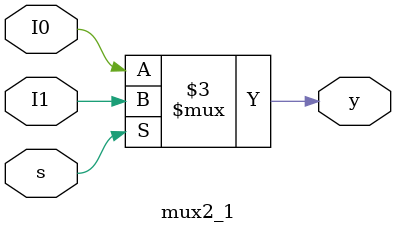
<source format=v>
`timescale 1ns / 1ps

module mux2_1(y,I0,I1,s);
input I0,I1,s;
output reg y;
always@(*)
begin
if (s) y=I1;
else
y=I0;
end
endmodule

</source>
